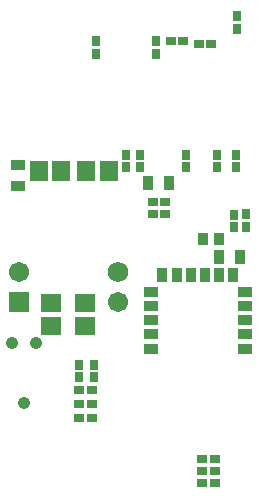
<source format=gbs>
G04 Layer_Color=16711935*
%FSLAX24Y24*%
%MOIN*%
G70*
G01*
G75*
%ADD77R,0.0280X0.0330*%
%ADD78R,0.0330X0.0280*%
%ADD79R,0.0600X0.0680*%
%ADD86R,0.0380X0.0480*%
%ADD87R,0.0480X0.0380*%
%ADD92C,0.0680*%
%ADD93C,0.0671*%
%ADD94R,0.0671X0.0671*%
%ADD95C,0.0420*%
%ADD96R,0.0474X0.0356*%
%ADD97R,0.0356X0.0474*%
%ADD98R,0.0356X0.0434*%
%ADD99R,0.0680X0.0600*%
D77*
X2569Y4596D02*
D03*
Y4183D02*
D03*
X2992Y4193D02*
D03*
Y4606D02*
D03*
X-2025Y9970D02*
D03*
Y10384D02*
D03*
X974Y6594D02*
D03*
Y6181D02*
D03*
X2028Y6594D02*
D03*
Y6181D02*
D03*
X2697Y11211D02*
D03*
Y10797D02*
D03*
X-532Y6181D02*
D03*
Y6594D02*
D03*
X-25Y9970D02*
D03*
Y10384D02*
D03*
X-1024Y6594D02*
D03*
Y6181D02*
D03*
X2648D02*
D03*
Y6594D02*
D03*
X-2569Y-817D02*
D03*
Y-404D02*
D03*
X-2077Y-817D02*
D03*
Y-404D02*
D03*
D78*
X1526Y-4341D02*
D03*
X1939D02*
D03*
X1526Y-3533D02*
D03*
X1939D02*
D03*
X1526Y-3947D02*
D03*
X1939D02*
D03*
X886Y10384D02*
D03*
X472D02*
D03*
X1821Y10276D02*
D03*
X1407D02*
D03*
X285Y4606D02*
D03*
X-128D02*
D03*
X285Y5020D02*
D03*
X-128D02*
D03*
X-2156Y-1230D02*
D03*
X-2569D02*
D03*
Y-1703D02*
D03*
X-2156D02*
D03*
X-2569Y-2175D02*
D03*
X-2156D02*
D03*
D79*
X-3923Y6063D02*
D03*
X-3169D02*
D03*
X-1598D02*
D03*
X-2352D02*
D03*
D86*
X2084Y3182D02*
D03*
X2784D02*
D03*
X432Y5662D02*
D03*
X-268D02*
D03*
D87*
X-4619Y5549D02*
D03*
Y6249D02*
D03*
D92*
X-1280Y2677D02*
D03*
D93*
Y1677D02*
D03*
X-4567Y2693D02*
D03*
D94*
Y1693D02*
D03*
D95*
X-4400Y-1693D02*
D03*
X-4800Y307D02*
D03*
X-4000D02*
D03*
D96*
X-196Y138D02*
D03*
Y610D02*
D03*
Y1083D02*
D03*
Y1555D02*
D03*
Y2028D02*
D03*
X2952D02*
D03*
Y1555D02*
D03*
Y1083D02*
D03*
Y610D02*
D03*
Y138D02*
D03*
D97*
X196Y2579D02*
D03*
X669D02*
D03*
X1141D02*
D03*
X1614D02*
D03*
X2086D02*
D03*
X2559D02*
D03*
D98*
X2087Y3799D02*
D03*
X1535D02*
D03*
D99*
X-3524Y886D02*
D03*
Y1640D02*
D03*
X-2392Y896D02*
D03*
Y1650D02*
D03*
M02*

</source>
